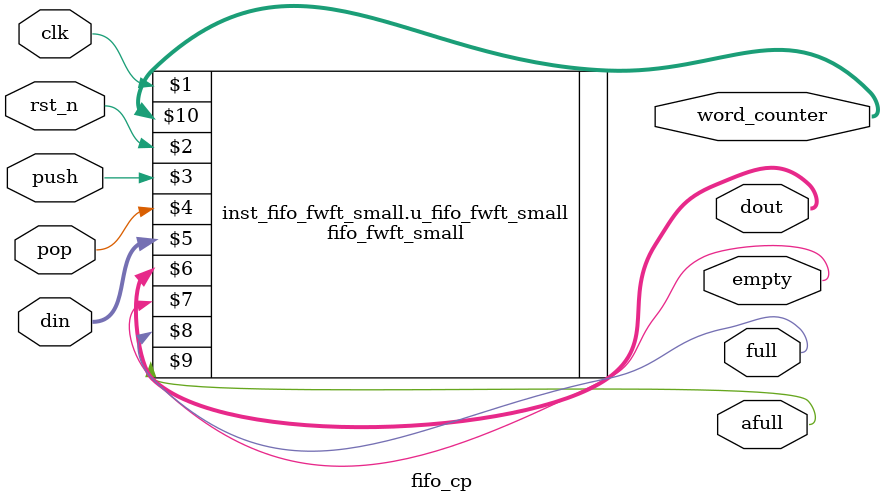
<source format=v>

module fifo_cp(clk,rst_n,push,pop,din,dout,empty,full,afull,word_counter);
parameter                 WIDTH       = 128;
parameter                 DEPTH_FULL  = 18;
parameter                 THRESH_FULL = DEPTH_FULL / 2;
parameter                 RAM_DELAY   = 1;
parameter                 DEPTH_FULL_BITS = $clog2(DEPTH_FULL);

localparam                LARGER_FIFO_SIZE = 20;

input                          clk;
input                          rst_n;
input                          push;
input                          pop;
input  [WIDTH-1:0]             din;
output [WIDTH-1:0]             dout;
output                         empty;
output                         full;
output                         afull;
output [DEPTH_FULL_BITS:0]     word_counter;

generate if (DEPTH_FULL >= LARGER_FIFO_SIZE) begin: inst_fifo_fwft_large
fifo_fwft_large #(
  .WIDTH(WIDTH),
  .DEPTH_FULL(DEPTH_FULL),
  .THRESH_FULL(THRESH_FULL),
  .RAM_DELAY(RAM_DELAY)
) u_fifo_fwft_large(clk,rst_n,push,pop,din,dout,empty,full,afull,word_counter);
end else begin: inst_fifo_fwft_small
fifo_fwft_small #(
  .WIDTH(WIDTH),
  .DEPTH_FULL(DEPTH_FULL),
  .THRESH_FULL(THRESH_FULL)
) u_fifo_fwft_small(clk,rst_n,push,pop,din,dout,empty,full,afull,word_counter);
end
endgenerate

//initial begin
//assert(DEPTH_FULL > 1);  
//end


endmodule





</source>
